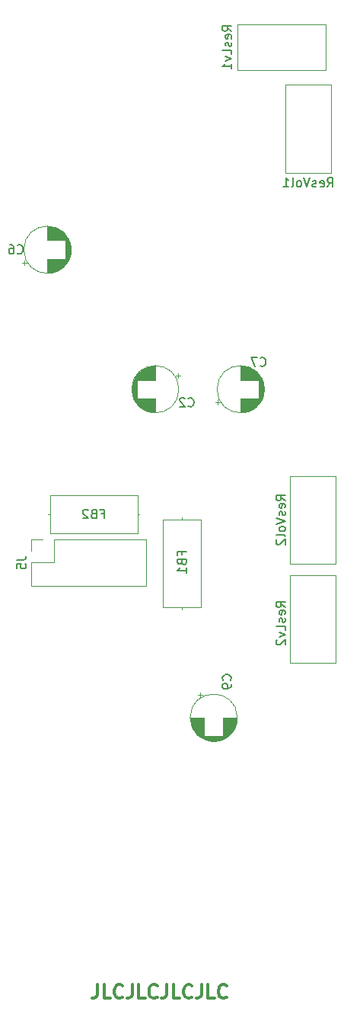
<source format=gbo>
G04 #@! TF.GenerationSoftware,KiCad,Pcbnew,(5.1.9)-1*
G04 #@! TF.CreationDate,2021-10-13T16:41:02+02:00*
G04 #@! TF.ProjectId,MS20-VCF,4d533230-2d56-4434-962e-6b696361645f,rev?*
G04 #@! TF.SameCoordinates,Original*
G04 #@! TF.FileFunction,Legend,Bot*
G04 #@! TF.FilePolarity,Positive*
%FSLAX46Y46*%
G04 Gerber Fmt 4.6, Leading zero omitted, Abs format (unit mm)*
G04 Created by KiCad (PCBNEW (5.1.9)-1) date 2021-10-13 16:41:02*
%MOMM*%
%LPD*%
G01*
G04 APERTURE LIST*
%ADD10C,0.300000*%
%ADD11C,0.120000*%
%ADD12C,0.150000*%
%ADD13C,1.600000*%
%ADD14R,1.600000X1.600000*%
%ADD15O,1.700000X1.700000*%
%ADD16R,1.700000X1.700000*%
%ADD17O,1.600000X1.600000*%
%ADD18C,1.440000*%
%ADD19R,1.050000X1.500000*%
%ADD20O,1.050000X1.500000*%
%ADD21R,1.500000X1.050000*%
%ADD22O,1.500000X1.050000*%
%ADD23O,2.000000X2.000000*%
%ADD24C,2.000000*%
G04 APERTURE END LIST*
D10*
X43071428Y-143678571D02*
X43071428Y-144750000D01*
X43000000Y-144964285D01*
X42857142Y-145107142D01*
X42642857Y-145178571D01*
X42500000Y-145178571D01*
X44500000Y-145178571D02*
X43785714Y-145178571D01*
X43785714Y-143678571D01*
X45857142Y-145035714D02*
X45785714Y-145107142D01*
X45571428Y-145178571D01*
X45428571Y-145178571D01*
X45214285Y-145107142D01*
X45071428Y-144964285D01*
X45000000Y-144821428D01*
X44928571Y-144535714D01*
X44928571Y-144321428D01*
X45000000Y-144035714D01*
X45071428Y-143892857D01*
X45214285Y-143750000D01*
X45428571Y-143678571D01*
X45571428Y-143678571D01*
X45785714Y-143750000D01*
X45857142Y-143821428D01*
X46928571Y-143678571D02*
X46928571Y-144750000D01*
X46857142Y-144964285D01*
X46714285Y-145107142D01*
X46500000Y-145178571D01*
X46357142Y-145178571D01*
X48357142Y-145178571D02*
X47642857Y-145178571D01*
X47642857Y-143678571D01*
X49714285Y-145035714D02*
X49642857Y-145107142D01*
X49428571Y-145178571D01*
X49285714Y-145178571D01*
X49071428Y-145107142D01*
X48928571Y-144964285D01*
X48857142Y-144821428D01*
X48785714Y-144535714D01*
X48785714Y-144321428D01*
X48857142Y-144035714D01*
X48928571Y-143892857D01*
X49071428Y-143750000D01*
X49285714Y-143678571D01*
X49428571Y-143678571D01*
X49642857Y-143750000D01*
X49714285Y-143821428D01*
X50785714Y-143678571D02*
X50785714Y-144750000D01*
X50714285Y-144964285D01*
X50571428Y-145107142D01*
X50357142Y-145178571D01*
X50214285Y-145178571D01*
X52214285Y-145178571D02*
X51500000Y-145178571D01*
X51500000Y-143678571D01*
X53571428Y-145035714D02*
X53500000Y-145107142D01*
X53285714Y-145178571D01*
X53142857Y-145178571D01*
X52928571Y-145107142D01*
X52785714Y-144964285D01*
X52714285Y-144821428D01*
X52642857Y-144535714D01*
X52642857Y-144321428D01*
X52714285Y-144035714D01*
X52785714Y-143892857D01*
X52928571Y-143750000D01*
X53142857Y-143678571D01*
X53285714Y-143678571D01*
X53500000Y-143750000D01*
X53571428Y-143821428D01*
X54642857Y-143678571D02*
X54642857Y-144750000D01*
X54571428Y-144964285D01*
X54428571Y-145107142D01*
X54214285Y-145178571D01*
X54071428Y-145178571D01*
X56071428Y-145178571D02*
X55357142Y-145178571D01*
X55357142Y-143678571D01*
X57428571Y-145035714D02*
X57357142Y-145107142D01*
X57142857Y-145178571D01*
X57000000Y-145178571D01*
X56785714Y-145107142D01*
X56642857Y-144964285D01*
X56571428Y-144821428D01*
X56500000Y-144535714D01*
X56500000Y-144321428D01*
X56571428Y-144035714D01*
X56642857Y-143892857D01*
X56785714Y-143750000D01*
X57000000Y-143678571D01*
X57142857Y-143678571D01*
X57357142Y-143750000D01*
X57428571Y-143821428D01*
D11*
X58620000Y-114000000D02*
G75*
G03*
X58620000Y-114000000I-2620000J0D01*
G01*
X57040000Y-114000000D02*
X58580000Y-114000000D01*
X53420000Y-114000000D02*
X54960000Y-114000000D01*
X57040000Y-114040000D02*
X58580000Y-114040000D01*
X53420000Y-114040000D02*
X54960000Y-114040000D01*
X53421000Y-114080000D02*
X54960000Y-114080000D01*
X57040000Y-114080000D02*
X58579000Y-114080000D01*
X53422000Y-114120000D02*
X54960000Y-114120000D01*
X57040000Y-114120000D02*
X58578000Y-114120000D01*
X53424000Y-114160000D02*
X54960000Y-114160000D01*
X57040000Y-114160000D02*
X58576000Y-114160000D01*
X53427000Y-114200000D02*
X54960000Y-114200000D01*
X57040000Y-114200000D02*
X58573000Y-114200000D01*
X53431000Y-114240000D02*
X54960000Y-114240000D01*
X57040000Y-114240000D02*
X58569000Y-114240000D01*
X53435000Y-114280000D02*
X54960000Y-114280000D01*
X57040000Y-114280000D02*
X58565000Y-114280000D01*
X53439000Y-114320000D02*
X54960000Y-114320000D01*
X57040000Y-114320000D02*
X58561000Y-114320000D01*
X53444000Y-114360000D02*
X54960000Y-114360000D01*
X57040000Y-114360000D02*
X58556000Y-114360000D01*
X53450000Y-114400000D02*
X54960000Y-114400000D01*
X57040000Y-114400000D02*
X58550000Y-114400000D01*
X53457000Y-114440000D02*
X54960000Y-114440000D01*
X57040000Y-114440000D02*
X58543000Y-114440000D01*
X53464000Y-114480000D02*
X54960000Y-114480000D01*
X57040000Y-114480000D02*
X58536000Y-114480000D01*
X53472000Y-114520000D02*
X54960000Y-114520000D01*
X57040000Y-114520000D02*
X58528000Y-114520000D01*
X53480000Y-114560000D02*
X54960000Y-114560000D01*
X57040000Y-114560000D02*
X58520000Y-114560000D01*
X53489000Y-114600000D02*
X54960000Y-114600000D01*
X57040000Y-114600000D02*
X58511000Y-114600000D01*
X53499000Y-114640000D02*
X54960000Y-114640000D01*
X57040000Y-114640000D02*
X58501000Y-114640000D01*
X53509000Y-114680000D02*
X54960000Y-114680000D01*
X57040000Y-114680000D02*
X58491000Y-114680000D01*
X53520000Y-114721000D02*
X54960000Y-114721000D01*
X57040000Y-114721000D02*
X58480000Y-114721000D01*
X53532000Y-114761000D02*
X54960000Y-114761000D01*
X57040000Y-114761000D02*
X58468000Y-114761000D01*
X53545000Y-114801000D02*
X54960000Y-114801000D01*
X57040000Y-114801000D02*
X58455000Y-114801000D01*
X53558000Y-114841000D02*
X54960000Y-114841000D01*
X57040000Y-114841000D02*
X58442000Y-114841000D01*
X53572000Y-114881000D02*
X54960000Y-114881000D01*
X57040000Y-114881000D02*
X58428000Y-114881000D01*
X53586000Y-114921000D02*
X54960000Y-114921000D01*
X57040000Y-114921000D02*
X58414000Y-114921000D01*
X53602000Y-114961000D02*
X54960000Y-114961000D01*
X57040000Y-114961000D02*
X58398000Y-114961000D01*
X53618000Y-115001000D02*
X54960000Y-115001000D01*
X57040000Y-115001000D02*
X58382000Y-115001000D01*
X53635000Y-115041000D02*
X54960000Y-115041000D01*
X57040000Y-115041000D02*
X58365000Y-115041000D01*
X53652000Y-115081000D02*
X54960000Y-115081000D01*
X57040000Y-115081000D02*
X58348000Y-115081000D01*
X53671000Y-115121000D02*
X54960000Y-115121000D01*
X57040000Y-115121000D02*
X58329000Y-115121000D01*
X53690000Y-115161000D02*
X54960000Y-115161000D01*
X57040000Y-115161000D02*
X58310000Y-115161000D01*
X53710000Y-115201000D02*
X54960000Y-115201000D01*
X57040000Y-115201000D02*
X58290000Y-115201000D01*
X53732000Y-115241000D02*
X54960000Y-115241000D01*
X57040000Y-115241000D02*
X58268000Y-115241000D01*
X53753000Y-115281000D02*
X54960000Y-115281000D01*
X57040000Y-115281000D02*
X58247000Y-115281000D01*
X53776000Y-115321000D02*
X54960000Y-115321000D01*
X57040000Y-115321000D02*
X58224000Y-115321000D01*
X53800000Y-115361000D02*
X54960000Y-115361000D01*
X57040000Y-115361000D02*
X58200000Y-115361000D01*
X53825000Y-115401000D02*
X54960000Y-115401000D01*
X57040000Y-115401000D02*
X58175000Y-115401000D01*
X53851000Y-115441000D02*
X54960000Y-115441000D01*
X57040000Y-115441000D02*
X58149000Y-115441000D01*
X53878000Y-115481000D02*
X54960000Y-115481000D01*
X57040000Y-115481000D02*
X58122000Y-115481000D01*
X53905000Y-115521000D02*
X54960000Y-115521000D01*
X57040000Y-115521000D02*
X58095000Y-115521000D01*
X53935000Y-115561000D02*
X54960000Y-115561000D01*
X57040000Y-115561000D02*
X58065000Y-115561000D01*
X53965000Y-115601000D02*
X54960000Y-115601000D01*
X57040000Y-115601000D02*
X58035000Y-115601000D01*
X53996000Y-115641000D02*
X54960000Y-115641000D01*
X57040000Y-115641000D02*
X58004000Y-115641000D01*
X54029000Y-115681000D02*
X54960000Y-115681000D01*
X57040000Y-115681000D02*
X57971000Y-115681000D01*
X54063000Y-115721000D02*
X54960000Y-115721000D01*
X57040000Y-115721000D02*
X57937000Y-115721000D01*
X54099000Y-115761000D02*
X54960000Y-115761000D01*
X57040000Y-115761000D02*
X57901000Y-115761000D01*
X54136000Y-115801000D02*
X54960000Y-115801000D01*
X57040000Y-115801000D02*
X57864000Y-115801000D01*
X54174000Y-115841000D02*
X54960000Y-115841000D01*
X57040000Y-115841000D02*
X57826000Y-115841000D01*
X54215000Y-115881000D02*
X54960000Y-115881000D01*
X57040000Y-115881000D02*
X57785000Y-115881000D01*
X54257000Y-115921000D02*
X54960000Y-115921000D01*
X57040000Y-115921000D02*
X57743000Y-115921000D01*
X54301000Y-115961000D02*
X54960000Y-115961000D01*
X57040000Y-115961000D02*
X57699000Y-115961000D01*
X54347000Y-116001000D02*
X54960000Y-116001000D01*
X57040000Y-116001000D02*
X57653000Y-116001000D01*
X54395000Y-116041000D02*
X57605000Y-116041000D01*
X54446000Y-116081000D02*
X57554000Y-116081000D01*
X54500000Y-116121000D02*
X57500000Y-116121000D01*
X54557000Y-116161000D02*
X57443000Y-116161000D01*
X54617000Y-116201000D02*
X57383000Y-116201000D01*
X54681000Y-116241000D02*
X57319000Y-116241000D01*
X54749000Y-116281000D02*
X57251000Y-116281000D01*
X54822000Y-116321000D02*
X57178000Y-116321000D01*
X54902000Y-116361000D02*
X57098000Y-116361000D01*
X54989000Y-116401000D02*
X57011000Y-116401000D01*
X55085000Y-116441000D02*
X56915000Y-116441000D01*
X55195000Y-116481000D02*
X56805000Y-116481000D01*
X55323000Y-116521000D02*
X56677000Y-116521000D01*
X55482000Y-116561000D02*
X56518000Y-116561000D01*
X55716000Y-116601000D02*
X56284000Y-116601000D01*
X54525000Y-111195225D02*
X54525000Y-111695225D01*
X54275000Y-111445225D02*
X54775000Y-111445225D01*
X61620000Y-77500000D02*
G75*
G03*
X61620000Y-77500000I-2620000J0D01*
G01*
X59000000Y-76460000D02*
X59000000Y-74920000D01*
X59000000Y-80080000D02*
X59000000Y-78540000D01*
X59040000Y-76460000D02*
X59040000Y-74920000D01*
X59040000Y-80080000D02*
X59040000Y-78540000D01*
X59080000Y-80079000D02*
X59080000Y-78540000D01*
X59080000Y-76460000D02*
X59080000Y-74921000D01*
X59120000Y-80078000D02*
X59120000Y-78540000D01*
X59120000Y-76460000D02*
X59120000Y-74922000D01*
X59160000Y-80076000D02*
X59160000Y-78540000D01*
X59160000Y-76460000D02*
X59160000Y-74924000D01*
X59200000Y-80073000D02*
X59200000Y-78540000D01*
X59200000Y-76460000D02*
X59200000Y-74927000D01*
X59240000Y-80069000D02*
X59240000Y-78540000D01*
X59240000Y-76460000D02*
X59240000Y-74931000D01*
X59280000Y-80065000D02*
X59280000Y-78540000D01*
X59280000Y-76460000D02*
X59280000Y-74935000D01*
X59320000Y-80061000D02*
X59320000Y-78540000D01*
X59320000Y-76460000D02*
X59320000Y-74939000D01*
X59360000Y-80056000D02*
X59360000Y-78540000D01*
X59360000Y-76460000D02*
X59360000Y-74944000D01*
X59400000Y-80050000D02*
X59400000Y-78540000D01*
X59400000Y-76460000D02*
X59400000Y-74950000D01*
X59440000Y-80043000D02*
X59440000Y-78540000D01*
X59440000Y-76460000D02*
X59440000Y-74957000D01*
X59480000Y-80036000D02*
X59480000Y-78540000D01*
X59480000Y-76460000D02*
X59480000Y-74964000D01*
X59520000Y-80028000D02*
X59520000Y-78540000D01*
X59520000Y-76460000D02*
X59520000Y-74972000D01*
X59560000Y-80020000D02*
X59560000Y-78540000D01*
X59560000Y-76460000D02*
X59560000Y-74980000D01*
X59600000Y-80011000D02*
X59600000Y-78540000D01*
X59600000Y-76460000D02*
X59600000Y-74989000D01*
X59640000Y-80001000D02*
X59640000Y-78540000D01*
X59640000Y-76460000D02*
X59640000Y-74999000D01*
X59680000Y-79991000D02*
X59680000Y-78540000D01*
X59680000Y-76460000D02*
X59680000Y-75009000D01*
X59721000Y-79980000D02*
X59721000Y-78540000D01*
X59721000Y-76460000D02*
X59721000Y-75020000D01*
X59761000Y-79968000D02*
X59761000Y-78540000D01*
X59761000Y-76460000D02*
X59761000Y-75032000D01*
X59801000Y-79955000D02*
X59801000Y-78540000D01*
X59801000Y-76460000D02*
X59801000Y-75045000D01*
X59841000Y-79942000D02*
X59841000Y-78540000D01*
X59841000Y-76460000D02*
X59841000Y-75058000D01*
X59881000Y-79928000D02*
X59881000Y-78540000D01*
X59881000Y-76460000D02*
X59881000Y-75072000D01*
X59921000Y-79914000D02*
X59921000Y-78540000D01*
X59921000Y-76460000D02*
X59921000Y-75086000D01*
X59961000Y-79898000D02*
X59961000Y-78540000D01*
X59961000Y-76460000D02*
X59961000Y-75102000D01*
X60001000Y-79882000D02*
X60001000Y-78540000D01*
X60001000Y-76460000D02*
X60001000Y-75118000D01*
X60041000Y-79865000D02*
X60041000Y-78540000D01*
X60041000Y-76460000D02*
X60041000Y-75135000D01*
X60081000Y-79848000D02*
X60081000Y-78540000D01*
X60081000Y-76460000D02*
X60081000Y-75152000D01*
X60121000Y-79829000D02*
X60121000Y-78540000D01*
X60121000Y-76460000D02*
X60121000Y-75171000D01*
X60161000Y-79810000D02*
X60161000Y-78540000D01*
X60161000Y-76460000D02*
X60161000Y-75190000D01*
X60201000Y-79790000D02*
X60201000Y-78540000D01*
X60201000Y-76460000D02*
X60201000Y-75210000D01*
X60241000Y-79768000D02*
X60241000Y-78540000D01*
X60241000Y-76460000D02*
X60241000Y-75232000D01*
X60281000Y-79747000D02*
X60281000Y-78540000D01*
X60281000Y-76460000D02*
X60281000Y-75253000D01*
X60321000Y-79724000D02*
X60321000Y-78540000D01*
X60321000Y-76460000D02*
X60321000Y-75276000D01*
X60361000Y-79700000D02*
X60361000Y-78540000D01*
X60361000Y-76460000D02*
X60361000Y-75300000D01*
X60401000Y-79675000D02*
X60401000Y-78540000D01*
X60401000Y-76460000D02*
X60401000Y-75325000D01*
X60441000Y-79649000D02*
X60441000Y-78540000D01*
X60441000Y-76460000D02*
X60441000Y-75351000D01*
X60481000Y-79622000D02*
X60481000Y-78540000D01*
X60481000Y-76460000D02*
X60481000Y-75378000D01*
X60521000Y-79595000D02*
X60521000Y-78540000D01*
X60521000Y-76460000D02*
X60521000Y-75405000D01*
X60561000Y-79565000D02*
X60561000Y-78540000D01*
X60561000Y-76460000D02*
X60561000Y-75435000D01*
X60601000Y-79535000D02*
X60601000Y-78540000D01*
X60601000Y-76460000D02*
X60601000Y-75465000D01*
X60641000Y-79504000D02*
X60641000Y-78540000D01*
X60641000Y-76460000D02*
X60641000Y-75496000D01*
X60681000Y-79471000D02*
X60681000Y-78540000D01*
X60681000Y-76460000D02*
X60681000Y-75529000D01*
X60721000Y-79437000D02*
X60721000Y-78540000D01*
X60721000Y-76460000D02*
X60721000Y-75563000D01*
X60761000Y-79401000D02*
X60761000Y-78540000D01*
X60761000Y-76460000D02*
X60761000Y-75599000D01*
X60801000Y-79364000D02*
X60801000Y-78540000D01*
X60801000Y-76460000D02*
X60801000Y-75636000D01*
X60841000Y-79326000D02*
X60841000Y-78540000D01*
X60841000Y-76460000D02*
X60841000Y-75674000D01*
X60881000Y-79285000D02*
X60881000Y-78540000D01*
X60881000Y-76460000D02*
X60881000Y-75715000D01*
X60921000Y-79243000D02*
X60921000Y-78540000D01*
X60921000Y-76460000D02*
X60921000Y-75757000D01*
X60961000Y-79199000D02*
X60961000Y-78540000D01*
X60961000Y-76460000D02*
X60961000Y-75801000D01*
X61001000Y-79153000D02*
X61001000Y-78540000D01*
X61001000Y-76460000D02*
X61001000Y-75847000D01*
X61041000Y-79105000D02*
X61041000Y-75895000D01*
X61081000Y-79054000D02*
X61081000Y-75946000D01*
X61121000Y-79000000D02*
X61121000Y-76000000D01*
X61161000Y-78943000D02*
X61161000Y-76057000D01*
X61201000Y-78883000D02*
X61201000Y-76117000D01*
X61241000Y-78819000D02*
X61241000Y-76181000D01*
X61281000Y-78751000D02*
X61281000Y-76249000D01*
X61321000Y-78678000D02*
X61321000Y-76322000D01*
X61361000Y-78598000D02*
X61361000Y-76402000D01*
X61401000Y-78511000D02*
X61401000Y-76489000D01*
X61441000Y-78415000D02*
X61441000Y-76585000D01*
X61481000Y-78305000D02*
X61481000Y-76695000D01*
X61521000Y-78177000D02*
X61521000Y-76823000D01*
X61561000Y-78018000D02*
X61561000Y-76982000D01*
X61601000Y-77784000D02*
X61601000Y-77216000D01*
X56195225Y-78975000D02*
X56695225Y-78975000D01*
X56445225Y-79225000D02*
X56445225Y-78725000D01*
X48490000Y-94170000D02*
X48490000Y-99370000D01*
X38270000Y-94170000D02*
X48490000Y-94170000D01*
X35670000Y-99370000D02*
X48490000Y-99370000D01*
X38270000Y-94170000D02*
X38270000Y-96770000D01*
X38270000Y-96770000D02*
X35670000Y-96770000D01*
X35670000Y-96770000D02*
X35670000Y-99370000D01*
X37000000Y-94170000D02*
X35670000Y-94170000D01*
X35670000Y-94170000D02*
X35670000Y-95500000D01*
X69535000Y-87155000D02*
X64465000Y-87155000D01*
X69535000Y-96925000D02*
X64465000Y-96925000D01*
X64465000Y-87155000D02*
X64465000Y-96925000D01*
X69535000Y-87155000D02*
X69535000Y-96925000D01*
X63965000Y-53425000D02*
X69035000Y-53425000D01*
X63965000Y-43655000D02*
X69035000Y-43655000D01*
X69035000Y-53425000D02*
X69035000Y-43655000D01*
X63965000Y-53425000D02*
X63965000Y-43655000D01*
X69535000Y-98155000D02*
X64465000Y-98155000D01*
X69535000Y-107925000D02*
X64465000Y-107925000D01*
X64465000Y-98155000D02*
X64465000Y-107925000D01*
X69535000Y-98155000D02*
X69535000Y-107925000D01*
X58655000Y-36965000D02*
X58655000Y-42035000D01*
X68425000Y-36965000D02*
X68425000Y-42035000D01*
X58655000Y-42035000D02*
X68425000Y-42035000D01*
X58655000Y-36965000D02*
X68425000Y-36965000D01*
X37780000Y-93520000D02*
X37780000Y-89280000D01*
X37780000Y-89280000D02*
X47520000Y-89280000D01*
X47520000Y-89280000D02*
X47520000Y-93520000D01*
X47520000Y-93520000D02*
X37780000Y-93520000D01*
X37540000Y-91400000D02*
X37780000Y-91400000D01*
X47760000Y-91400000D02*
X47520000Y-91400000D01*
X50380000Y-91980000D02*
X54620000Y-91980000D01*
X54620000Y-91980000D02*
X54620000Y-101720000D01*
X54620000Y-101720000D02*
X50380000Y-101720000D01*
X50380000Y-101720000D02*
X50380000Y-91980000D01*
X52500000Y-91740000D02*
X52500000Y-91980000D01*
X52500000Y-101960000D02*
X52500000Y-101720000D01*
X40120000Y-62000000D02*
G75*
G03*
X40120000Y-62000000I-2620000J0D01*
G01*
X37500000Y-60960000D02*
X37500000Y-59420000D01*
X37500000Y-64580000D02*
X37500000Y-63040000D01*
X37540000Y-60960000D02*
X37540000Y-59420000D01*
X37540000Y-64580000D02*
X37540000Y-63040000D01*
X37580000Y-64579000D02*
X37580000Y-63040000D01*
X37580000Y-60960000D02*
X37580000Y-59421000D01*
X37620000Y-64578000D02*
X37620000Y-63040000D01*
X37620000Y-60960000D02*
X37620000Y-59422000D01*
X37660000Y-64576000D02*
X37660000Y-63040000D01*
X37660000Y-60960000D02*
X37660000Y-59424000D01*
X37700000Y-64573000D02*
X37700000Y-63040000D01*
X37700000Y-60960000D02*
X37700000Y-59427000D01*
X37740000Y-64569000D02*
X37740000Y-63040000D01*
X37740000Y-60960000D02*
X37740000Y-59431000D01*
X37780000Y-64565000D02*
X37780000Y-63040000D01*
X37780000Y-60960000D02*
X37780000Y-59435000D01*
X37820000Y-64561000D02*
X37820000Y-63040000D01*
X37820000Y-60960000D02*
X37820000Y-59439000D01*
X37860000Y-64556000D02*
X37860000Y-63040000D01*
X37860000Y-60960000D02*
X37860000Y-59444000D01*
X37900000Y-64550000D02*
X37900000Y-63040000D01*
X37900000Y-60960000D02*
X37900000Y-59450000D01*
X37940000Y-64543000D02*
X37940000Y-63040000D01*
X37940000Y-60960000D02*
X37940000Y-59457000D01*
X37980000Y-64536000D02*
X37980000Y-63040000D01*
X37980000Y-60960000D02*
X37980000Y-59464000D01*
X38020000Y-64528000D02*
X38020000Y-63040000D01*
X38020000Y-60960000D02*
X38020000Y-59472000D01*
X38060000Y-64520000D02*
X38060000Y-63040000D01*
X38060000Y-60960000D02*
X38060000Y-59480000D01*
X38100000Y-64511000D02*
X38100000Y-63040000D01*
X38100000Y-60960000D02*
X38100000Y-59489000D01*
X38140000Y-64501000D02*
X38140000Y-63040000D01*
X38140000Y-60960000D02*
X38140000Y-59499000D01*
X38180000Y-64491000D02*
X38180000Y-63040000D01*
X38180000Y-60960000D02*
X38180000Y-59509000D01*
X38221000Y-64480000D02*
X38221000Y-63040000D01*
X38221000Y-60960000D02*
X38221000Y-59520000D01*
X38261000Y-64468000D02*
X38261000Y-63040000D01*
X38261000Y-60960000D02*
X38261000Y-59532000D01*
X38301000Y-64455000D02*
X38301000Y-63040000D01*
X38301000Y-60960000D02*
X38301000Y-59545000D01*
X38341000Y-64442000D02*
X38341000Y-63040000D01*
X38341000Y-60960000D02*
X38341000Y-59558000D01*
X38381000Y-64428000D02*
X38381000Y-63040000D01*
X38381000Y-60960000D02*
X38381000Y-59572000D01*
X38421000Y-64414000D02*
X38421000Y-63040000D01*
X38421000Y-60960000D02*
X38421000Y-59586000D01*
X38461000Y-64398000D02*
X38461000Y-63040000D01*
X38461000Y-60960000D02*
X38461000Y-59602000D01*
X38501000Y-64382000D02*
X38501000Y-63040000D01*
X38501000Y-60960000D02*
X38501000Y-59618000D01*
X38541000Y-64365000D02*
X38541000Y-63040000D01*
X38541000Y-60960000D02*
X38541000Y-59635000D01*
X38581000Y-64348000D02*
X38581000Y-63040000D01*
X38581000Y-60960000D02*
X38581000Y-59652000D01*
X38621000Y-64329000D02*
X38621000Y-63040000D01*
X38621000Y-60960000D02*
X38621000Y-59671000D01*
X38661000Y-64310000D02*
X38661000Y-63040000D01*
X38661000Y-60960000D02*
X38661000Y-59690000D01*
X38701000Y-64290000D02*
X38701000Y-63040000D01*
X38701000Y-60960000D02*
X38701000Y-59710000D01*
X38741000Y-64268000D02*
X38741000Y-63040000D01*
X38741000Y-60960000D02*
X38741000Y-59732000D01*
X38781000Y-64247000D02*
X38781000Y-63040000D01*
X38781000Y-60960000D02*
X38781000Y-59753000D01*
X38821000Y-64224000D02*
X38821000Y-63040000D01*
X38821000Y-60960000D02*
X38821000Y-59776000D01*
X38861000Y-64200000D02*
X38861000Y-63040000D01*
X38861000Y-60960000D02*
X38861000Y-59800000D01*
X38901000Y-64175000D02*
X38901000Y-63040000D01*
X38901000Y-60960000D02*
X38901000Y-59825000D01*
X38941000Y-64149000D02*
X38941000Y-63040000D01*
X38941000Y-60960000D02*
X38941000Y-59851000D01*
X38981000Y-64122000D02*
X38981000Y-63040000D01*
X38981000Y-60960000D02*
X38981000Y-59878000D01*
X39021000Y-64095000D02*
X39021000Y-63040000D01*
X39021000Y-60960000D02*
X39021000Y-59905000D01*
X39061000Y-64065000D02*
X39061000Y-63040000D01*
X39061000Y-60960000D02*
X39061000Y-59935000D01*
X39101000Y-64035000D02*
X39101000Y-63040000D01*
X39101000Y-60960000D02*
X39101000Y-59965000D01*
X39141000Y-64004000D02*
X39141000Y-63040000D01*
X39141000Y-60960000D02*
X39141000Y-59996000D01*
X39181000Y-63971000D02*
X39181000Y-63040000D01*
X39181000Y-60960000D02*
X39181000Y-60029000D01*
X39221000Y-63937000D02*
X39221000Y-63040000D01*
X39221000Y-60960000D02*
X39221000Y-60063000D01*
X39261000Y-63901000D02*
X39261000Y-63040000D01*
X39261000Y-60960000D02*
X39261000Y-60099000D01*
X39301000Y-63864000D02*
X39301000Y-63040000D01*
X39301000Y-60960000D02*
X39301000Y-60136000D01*
X39341000Y-63826000D02*
X39341000Y-63040000D01*
X39341000Y-60960000D02*
X39341000Y-60174000D01*
X39381000Y-63785000D02*
X39381000Y-63040000D01*
X39381000Y-60960000D02*
X39381000Y-60215000D01*
X39421000Y-63743000D02*
X39421000Y-63040000D01*
X39421000Y-60960000D02*
X39421000Y-60257000D01*
X39461000Y-63699000D02*
X39461000Y-63040000D01*
X39461000Y-60960000D02*
X39461000Y-60301000D01*
X39501000Y-63653000D02*
X39501000Y-63040000D01*
X39501000Y-60960000D02*
X39501000Y-60347000D01*
X39541000Y-63605000D02*
X39541000Y-60395000D01*
X39581000Y-63554000D02*
X39581000Y-60446000D01*
X39621000Y-63500000D02*
X39621000Y-60500000D01*
X39661000Y-63443000D02*
X39661000Y-60557000D01*
X39701000Y-63383000D02*
X39701000Y-60617000D01*
X39741000Y-63319000D02*
X39741000Y-60681000D01*
X39781000Y-63251000D02*
X39781000Y-60749000D01*
X39821000Y-63178000D02*
X39821000Y-60822000D01*
X39861000Y-63098000D02*
X39861000Y-60902000D01*
X39901000Y-63011000D02*
X39901000Y-60989000D01*
X39941000Y-62915000D02*
X39941000Y-61085000D01*
X39981000Y-62805000D02*
X39981000Y-61195000D01*
X40021000Y-62677000D02*
X40021000Y-61323000D01*
X40061000Y-62518000D02*
X40061000Y-61482000D01*
X40101000Y-62284000D02*
X40101000Y-61716000D01*
X34695225Y-63475000D02*
X35195225Y-63475000D01*
X34945225Y-63725000D02*
X34945225Y-63225000D01*
X52120000Y-77500000D02*
G75*
G03*
X52120000Y-77500000I-2620000J0D01*
G01*
X49500000Y-78540000D02*
X49500000Y-80080000D01*
X49500000Y-74920000D02*
X49500000Y-76460000D01*
X49460000Y-78540000D02*
X49460000Y-80080000D01*
X49460000Y-74920000D02*
X49460000Y-76460000D01*
X49420000Y-74921000D02*
X49420000Y-76460000D01*
X49420000Y-78540000D02*
X49420000Y-80079000D01*
X49380000Y-74922000D02*
X49380000Y-76460000D01*
X49380000Y-78540000D02*
X49380000Y-80078000D01*
X49340000Y-74924000D02*
X49340000Y-76460000D01*
X49340000Y-78540000D02*
X49340000Y-80076000D01*
X49300000Y-74927000D02*
X49300000Y-76460000D01*
X49300000Y-78540000D02*
X49300000Y-80073000D01*
X49260000Y-74931000D02*
X49260000Y-76460000D01*
X49260000Y-78540000D02*
X49260000Y-80069000D01*
X49220000Y-74935000D02*
X49220000Y-76460000D01*
X49220000Y-78540000D02*
X49220000Y-80065000D01*
X49180000Y-74939000D02*
X49180000Y-76460000D01*
X49180000Y-78540000D02*
X49180000Y-80061000D01*
X49140000Y-74944000D02*
X49140000Y-76460000D01*
X49140000Y-78540000D02*
X49140000Y-80056000D01*
X49100000Y-74950000D02*
X49100000Y-76460000D01*
X49100000Y-78540000D02*
X49100000Y-80050000D01*
X49060000Y-74957000D02*
X49060000Y-76460000D01*
X49060000Y-78540000D02*
X49060000Y-80043000D01*
X49020000Y-74964000D02*
X49020000Y-76460000D01*
X49020000Y-78540000D02*
X49020000Y-80036000D01*
X48980000Y-74972000D02*
X48980000Y-76460000D01*
X48980000Y-78540000D02*
X48980000Y-80028000D01*
X48940000Y-74980000D02*
X48940000Y-76460000D01*
X48940000Y-78540000D02*
X48940000Y-80020000D01*
X48900000Y-74989000D02*
X48900000Y-76460000D01*
X48900000Y-78540000D02*
X48900000Y-80011000D01*
X48860000Y-74999000D02*
X48860000Y-76460000D01*
X48860000Y-78540000D02*
X48860000Y-80001000D01*
X48820000Y-75009000D02*
X48820000Y-76460000D01*
X48820000Y-78540000D02*
X48820000Y-79991000D01*
X48779000Y-75020000D02*
X48779000Y-76460000D01*
X48779000Y-78540000D02*
X48779000Y-79980000D01*
X48739000Y-75032000D02*
X48739000Y-76460000D01*
X48739000Y-78540000D02*
X48739000Y-79968000D01*
X48699000Y-75045000D02*
X48699000Y-76460000D01*
X48699000Y-78540000D02*
X48699000Y-79955000D01*
X48659000Y-75058000D02*
X48659000Y-76460000D01*
X48659000Y-78540000D02*
X48659000Y-79942000D01*
X48619000Y-75072000D02*
X48619000Y-76460000D01*
X48619000Y-78540000D02*
X48619000Y-79928000D01*
X48579000Y-75086000D02*
X48579000Y-76460000D01*
X48579000Y-78540000D02*
X48579000Y-79914000D01*
X48539000Y-75102000D02*
X48539000Y-76460000D01*
X48539000Y-78540000D02*
X48539000Y-79898000D01*
X48499000Y-75118000D02*
X48499000Y-76460000D01*
X48499000Y-78540000D02*
X48499000Y-79882000D01*
X48459000Y-75135000D02*
X48459000Y-76460000D01*
X48459000Y-78540000D02*
X48459000Y-79865000D01*
X48419000Y-75152000D02*
X48419000Y-76460000D01*
X48419000Y-78540000D02*
X48419000Y-79848000D01*
X48379000Y-75171000D02*
X48379000Y-76460000D01*
X48379000Y-78540000D02*
X48379000Y-79829000D01*
X48339000Y-75190000D02*
X48339000Y-76460000D01*
X48339000Y-78540000D02*
X48339000Y-79810000D01*
X48299000Y-75210000D02*
X48299000Y-76460000D01*
X48299000Y-78540000D02*
X48299000Y-79790000D01*
X48259000Y-75232000D02*
X48259000Y-76460000D01*
X48259000Y-78540000D02*
X48259000Y-79768000D01*
X48219000Y-75253000D02*
X48219000Y-76460000D01*
X48219000Y-78540000D02*
X48219000Y-79747000D01*
X48179000Y-75276000D02*
X48179000Y-76460000D01*
X48179000Y-78540000D02*
X48179000Y-79724000D01*
X48139000Y-75300000D02*
X48139000Y-76460000D01*
X48139000Y-78540000D02*
X48139000Y-79700000D01*
X48099000Y-75325000D02*
X48099000Y-76460000D01*
X48099000Y-78540000D02*
X48099000Y-79675000D01*
X48059000Y-75351000D02*
X48059000Y-76460000D01*
X48059000Y-78540000D02*
X48059000Y-79649000D01*
X48019000Y-75378000D02*
X48019000Y-76460000D01*
X48019000Y-78540000D02*
X48019000Y-79622000D01*
X47979000Y-75405000D02*
X47979000Y-76460000D01*
X47979000Y-78540000D02*
X47979000Y-79595000D01*
X47939000Y-75435000D02*
X47939000Y-76460000D01*
X47939000Y-78540000D02*
X47939000Y-79565000D01*
X47899000Y-75465000D02*
X47899000Y-76460000D01*
X47899000Y-78540000D02*
X47899000Y-79535000D01*
X47859000Y-75496000D02*
X47859000Y-76460000D01*
X47859000Y-78540000D02*
X47859000Y-79504000D01*
X47819000Y-75529000D02*
X47819000Y-76460000D01*
X47819000Y-78540000D02*
X47819000Y-79471000D01*
X47779000Y-75563000D02*
X47779000Y-76460000D01*
X47779000Y-78540000D02*
X47779000Y-79437000D01*
X47739000Y-75599000D02*
X47739000Y-76460000D01*
X47739000Y-78540000D02*
X47739000Y-79401000D01*
X47699000Y-75636000D02*
X47699000Y-76460000D01*
X47699000Y-78540000D02*
X47699000Y-79364000D01*
X47659000Y-75674000D02*
X47659000Y-76460000D01*
X47659000Y-78540000D02*
X47659000Y-79326000D01*
X47619000Y-75715000D02*
X47619000Y-76460000D01*
X47619000Y-78540000D02*
X47619000Y-79285000D01*
X47579000Y-75757000D02*
X47579000Y-76460000D01*
X47579000Y-78540000D02*
X47579000Y-79243000D01*
X47539000Y-75801000D02*
X47539000Y-76460000D01*
X47539000Y-78540000D02*
X47539000Y-79199000D01*
X47499000Y-75847000D02*
X47499000Y-76460000D01*
X47499000Y-78540000D02*
X47499000Y-79153000D01*
X47459000Y-75895000D02*
X47459000Y-79105000D01*
X47419000Y-75946000D02*
X47419000Y-79054000D01*
X47379000Y-76000000D02*
X47379000Y-79000000D01*
X47339000Y-76057000D02*
X47339000Y-78943000D01*
X47299000Y-76117000D02*
X47299000Y-78883000D01*
X47259000Y-76181000D02*
X47259000Y-78819000D01*
X47219000Y-76249000D02*
X47219000Y-78751000D01*
X47179000Y-76322000D02*
X47179000Y-78678000D01*
X47139000Y-76402000D02*
X47139000Y-78598000D01*
X47099000Y-76489000D02*
X47099000Y-78511000D01*
X47059000Y-76585000D02*
X47059000Y-78415000D01*
X47019000Y-76695000D02*
X47019000Y-78305000D01*
X46979000Y-76823000D02*
X46979000Y-78177000D01*
X46939000Y-76982000D02*
X46939000Y-78018000D01*
X46899000Y-77216000D02*
X46899000Y-77784000D01*
X52304775Y-76025000D02*
X51804775Y-76025000D01*
X52054775Y-75775000D02*
X52054775Y-76275000D01*
D12*
X57857142Y-109833333D02*
X57904761Y-109785714D01*
X57952380Y-109642857D01*
X57952380Y-109547619D01*
X57904761Y-109404761D01*
X57809523Y-109309523D01*
X57714285Y-109261904D01*
X57523809Y-109214285D01*
X57380952Y-109214285D01*
X57190476Y-109261904D01*
X57095238Y-109309523D01*
X57000000Y-109404761D01*
X56952380Y-109547619D01*
X56952380Y-109642857D01*
X57000000Y-109785714D01*
X57047619Y-109833333D01*
X57952380Y-110309523D02*
X57952380Y-110500000D01*
X57904761Y-110595238D01*
X57857142Y-110642857D01*
X57714285Y-110738095D01*
X57523809Y-110785714D01*
X57142857Y-110785714D01*
X57047619Y-110738095D01*
X57000000Y-110690476D01*
X56952380Y-110595238D01*
X56952380Y-110404761D01*
X57000000Y-110309523D01*
X57047619Y-110261904D01*
X57142857Y-110214285D01*
X57380952Y-110214285D01*
X57476190Y-110261904D01*
X57523809Y-110309523D01*
X57571428Y-110404761D01*
X57571428Y-110595238D01*
X57523809Y-110690476D01*
X57476190Y-110738095D01*
X57380952Y-110785714D01*
X61166666Y-74857142D02*
X61214285Y-74904761D01*
X61357142Y-74952380D01*
X61452380Y-74952380D01*
X61595238Y-74904761D01*
X61690476Y-74809523D01*
X61738095Y-74714285D01*
X61785714Y-74523809D01*
X61785714Y-74380952D01*
X61738095Y-74190476D01*
X61690476Y-74095238D01*
X61595238Y-74000000D01*
X61452380Y-73952380D01*
X61357142Y-73952380D01*
X61214285Y-74000000D01*
X61166666Y-74047619D01*
X60833333Y-73952380D02*
X60166666Y-73952380D01*
X60595238Y-74952380D01*
X34122380Y-96436666D02*
X34836666Y-96436666D01*
X34979523Y-96389047D01*
X35074761Y-96293809D01*
X35122380Y-96150952D01*
X35122380Y-96055714D01*
X34122380Y-97389047D02*
X34122380Y-96912857D01*
X34598571Y-96865238D01*
X34550952Y-96912857D01*
X34503333Y-97008095D01*
X34503333Y-97246190D01*
X34550952Y-97341428D01*
X34598571Y-97389047D01*
X34693809Y-97436666D01*
X34931904Y-97436666D01*
X35027142Y-97389047D01*
X35074761Y-97341428D01*
X35122380Y-97246190D01*
X35122380Y-97008095D01*
X35074761Y-96912857D01*
X35027142Y-96865238D01*
X63952380Y-89857142D02*
X63476190Y-89523809D01*
X63952380Y-89285714D02*
X62952380Y-89285714D01*
X62952380Y-89666666D01*
X63000000Y-89761904D01*
X63047619Y-89809523D01*
X63142857Y-89857142D01*
X63285714Y-89857142D01*
X63380952Y-89809523D01*
X63428571Y-89761904D01*
X63476190Y-89666666D01*
X63476190Y-89285714D01*
X63904761Y-90666666D02*
X63952380Y-90571428D01*
X63952380Y-90380952D01*
X63904761Y-90285714D01*
X63809523Y-90238095D01*
X63428571Y-90238095D01*
X63333333Y-90285714D01*
X63285714Y-90380952D01*
X63285714Y-90571428D01*
X63333333Y-90666666D01*
X63428571Y-90714285D01*
X63523809Y-90714285D01*
X63619047Y-90238095D01*
X63904761Y-91095238D02*
X63952380Y-91190476D01*
X63952380Y-91380952D01*
X63904761Y-91476190D01*
X63809523Y-91523809D01*
X63761904Y-91523809D01*
X63666666Y-91476190D01*
X63619047Y-91380952D01*
X63619047Y-91238095D01*
X63571428Y-91142857D01*
X63476190Y-91095238D01*
X63428571Y-91095238D01*
X63333333Y-91142857D01*
X63285714Y-91238095D01*
X63285714Y-91380952D01*
X63333333Y-91476190D01*
X62952380Y-91809523D02*
X63952380Y-92142857D01*
X62952380Y-92476190D01*
X63952380Y-92952380D02*
X63904761Y-92857142D01*
X63857142Y-92809523D01*
X63761904Y-92761904D01*
X63476190Y-92761904D01*
X63380952Y-92809523D01*
X63333333Y-92857142D01*
X63285714Y-92952380D01*
X63285714Y-93095238D01*
X63333333Y-93190476D01*
X63380952Y-93238095D01*
X63476190Y-93285714D01*
X63761904Y-93285714D01*
X63857142Y-93238095D01*
X63904761Y-93190476D01*
X63952380Y-93095238D01*
X63952380Y-92952380D01*
X63952380Y-93857142D02*
X63904761Y-93761904D01*
X63809523Y-93714285D01*
X62952380Y-93714285D01*
X63047619Y-94190476D02*
X63000000Y-94238095D01*
X62952380Y-94333333D01*
X62952380Y-94571428D01*
X63000000Y-94666666D01*
X63047619Y-94714285D01*
X63142857Y-94761904D01*
X63238095Y-94761904D01*
X63380952Y-94714285D01*
X63952380Y-94142857D01*
X63952380Y-94761904D01*
X68642857Y-55007380D02*
X68976190Y-54531190D01*
X69214285Y-55007380D02*
X69214285Y-54007380D01*
X68833333Y-54007380D01*
X68738095Y-54055000D01*
X68690476Y-54102619D01*
X68642857Y-54197857D01*
X68642857Y-54340714D01*
X68690476Y-54435952D01*
X68738095Y-54483571D01*
X68833333Y-54531190D01*
X69214285Y-54531190D01*
X67833333Y-54959761D02*
X67928571Y-55007380D01*
X68119047Y-55007380D01*
X68214285Y-54959761D01*
X68261904Y-54864523D01*
X68261904Y-54483571D01*
X68214285Y-54388333D01*
X68119047Y-54340714D01*
X67928571Y-54340714D01*
X67833333Y-54388333D01*
X67785714Y-54483571D01*
X67785714Y-54578809D01*
X68261904Y-54674047D01*
X67404761Y-54959761D02*
X67309523Y-55007380D01*
X67119047Y-55007380D01*
X67023809Y-54959761D01*
X66976190Y-54864523D01*
X66976190Y-54816904D01*
X67023809Y-54721666D01*
X67119047Y-54674047D01*
X67261904Y-54674047D01*
X67357142Y-54626428D01*
X67404761Y-54531190D01*
X67404761Y-54483571D01*
X67357142Y-54388333D01*
X67261904Y-54340714D01*
X67119047Y-54340714D01*
X67023809Y-54388333D01*
X66690476Y-54007380D02*
X66357142Y-55007380D01*
X66023809Y-54007380D01*
X65547619Y-55007380D02*
X65642857Y-54959761D01*
X65690476Y-54912142D01*
X65738095Y-54816904D01*
X65738095Y-54531190D01*
X65690476Y-54435952D01*
X65642857Y-54388333D01*
X65547619Y-54340714D01*
X65404761Y-54340714D01*
X65309523Y-54388333D01*
X65261904Y-54435952D01*
X65214285Y-54531190D01*
X65214285Y-54816904D01*
X65261904Y-54912142D01*
X65309523Y-54959761D01*
X65404761Y-55007380D01*
X65547619Y-55007380D01*
X64642857Y-55007380D02*
X64738095Y-54959761D01*
X64785714Y-54864523D01*
X64785714Y-54007380D01*
X63738095Y-55007380D02*
X64309523Y-55007380D01*
X64023809Y-55007380D02*
X64023809Y-54007380D01*
X64119047Y-54150238D01*
X64214285Y-54245476D01*
X64309523Y-54293095D01*
X63952380Y-101714285D02*
X63476190Y-101380952D01*
X63952380Y-101142857D02*
X62952380Y-101142857D01*
X62952380Y-101523809D01*
X63000000Y-101619047D01*
X63047619Y-101666666D01*
X63142857Y-101714285D01*
X63285714Y-101714285D01*
X63380952Y-101666666D01*
X63428571Y-101619047D01*
X63476190Y-101523809D01*
X63476190Y-101142857D01*
X63904761Y-102523809D02*
X63952380Y-102428571D01*
X63952380Y-102238095D01*
X63904761Y-102142857D01*
X63809523Y-102095238D01*
X63428571Y-102095238D01*
X63333333Y-102142857D01*
X63285714Y-102238095D01*
X63285714Y-102428571D01*
X63333333Y-102523809D01*
X63428571Y-102571428D01*
X63523809Y-102571428D01*
X63619047Y-102095238D01*
X63904761Y-102952380D02*
X63952380Y-103047619D01*
X63952380Y-103238095D01*
X63904761Y-103333333D01*
X63809523Y-103380952D01*
X63761904Y-103380952D01*
X63666666Y-103333333D01*
X63619047Y-103238095D01*
X63619047Y-103095238D01*
X63571428Y-103000000D01*
X63476190Y-102952380D01*
X63428571Y-102952380D01*
X63333333Y-103000000D01*
X63285714Y-103095238D01*
X63285714Y-103238095D01*
X63333333Y-103333333D01*
X63952380Y-104285714D02*
X63952380Y-103809523D01*
X62952380Y-103809523D01*
X63285714Y-104523809D02*
X63952380Y-104761904D01*
X63285714Y-105000000D01*
X63047619Y-105333333D02*
X63000000Y-105380952D01*
X62952380Y-105476190D01*
X62952380Y-105714285D01*
X63000000Y-105809523D01*
X63047619Y-105857142D01*
X63142857Y-105904761D01*
X63238095Y-105904761D01*
X63380952Y-105857142D01*
X63952380Y-105285714D01*
X63952380Y-105904761D01*
X57977380Y-37714285D02*
X57501190Y-37380952D01*
X57977380Y-37142857D02*
X56977380Y-37142857D01*
X56977380Y-37523809D01*
X57025000Y-37619047D01*
X57072619Y-37666666D01*
X57167857Y-37714285D01*
X57310714Y-37714285D01*
X57405952Y-37666666D01*
X57453571Y-37619047D01*
X57501190Y-37523809D01*
X57501190Y-37142857D01*
X57929761Y-38523809D02*
X57977380Y-38428571D01*
X57977380Y-38238095D01*
X57929761Y-38142857D01*
X57834523Y-38095238D01*
X57453571Y-38095238D01*
X57358333Y-38142857D01*
X57310714Y-38238095D01*
X57310714Y-38428571D01*
X57358333Y-38523809D01*
X57453571Y-38571428D01*
X57548809Y-38571428D01*
X57644047Y-38095238D01*
X57929761Y-38952380D02*
X57977380Y-39047619D01*
X57977380Y-39238095D01*
X57929761Y-39333333D01*
X57834523Y-39380952D01*
X57786904Y-39380952D01*
X57691666Y-39333333D01*
X57644047Y-39238095D01*
X57644047Y-39095238D01*
X57596428Y-39000000D01*
X57501190Y-38952380D01*
X57453571Y-38952380D01*
X57358333Y-39000000D01*
X57310714Y-39095238D01*
X57310714Y-39238095D01*
X57358333Y-39333333D01*
X57977380Y-40285714D02*
X57977380Y-39809523D01*
X56977380Y-39809523D01*
X57310714Y-40523809D02*
X57977380Y-40761904D01*
X57310714Y-41000000D01*
X57977380Y-41904761D02*
X57977380Y-41333333D01*
X57977380Y-41619047D02*
X56977380Y-41619047D01*
X57120238Y-41523809D01*
X57215476Y-41428571D01*
X57263095Y-41333333D01*
X43483333Y-91328571D02*
X43816666Y-91328571D01*
X43816666Y-91852380D02*
X43816666Y-90852380D01*
X43340476Y-90852380D01*
X42626190Y-91328571D02*
X42483333Y-91376190D01*
X42435714Y-91423809D01*
X42388095Y-91519047D01*
X42388095Y-91661904D01*
X42435714Y-91757142D01*
X42483333Y-91804761D01*
X42578571Y-91852380D01*
X42959523Y-91852380D01*
X42959523Y-90852380D01*
X42626190Y-90852380D01*
X42530952Y-90900000D01*
X42483333Y-90947619D01*
X42435714Y-91042857D01*
X42435714Y-91138095D01*
X42483333Y-91233333D01*
X42530952Y-91280952D01*
X42626190Y-91328571D01*
X42959523Y-91328571D01*
X42007142Y-90947619D02*
X41959523Y-90900000D01*
X41864285Y-90852380D01*
X41626190Y-90852380D01*
X41530952Y-90900000D01*
X41483333Y-90947619D01*
X41435714Y-91042857D01*
X41435714Y-91138095D01*
X41483333Y-91280952D01*
X42054761Y-91852380D01*
X41435714Y-91852380D01*
X52428571Y-95866666D02*
X52428571Y-95533333D01*
X52952380Y-95533333D02*
X51952380Y-95533333D01*
X51952380Y-96009523D01*
X52428571Y-96723809D02*
X52476190Y-96866666D01*
X52523809Y-96914285D01*
X52619047Y-96961904D01*
X52761904Y-96961904D01*
X52857142Y-96914285D01*
X52904761Y-96866666D01*
X52952380Y-96771428D01*
X52952380Y-96390476D01*
X51952380Y-96390476D01*
X51952380Y-96723809D01*
X52000000Y-96819047D01*
X52047619Y-96866666D01*
X52142857Y-96914285D01*
X52238095Y-96914285D01*
X52333333Y-96866666D01*
X52380952Y-96819047D01*
X52428571Y-96723809D01*
X52428571Y-96390476D01*
X52952380Y-97914285D02*
X52952380Y-97342857D01*
X52952380Y-97628571D02*
X51952380Y-97628571D01*
X52095238Y-97533333D01*
X52190476Y-97438095D01*
X52238095Y-97342857D01*
X34166666Y-62357142D02*
X34214285Y-62404761D01*
X34357142Y-62452380D01*
X34452380Y-62452380D01*
X34595238Y-62404761D01*
X34690476Y-62309523D01*
X34738095Y-62214285D01*
X34785714Y-62023809D01*
X34785714Y-61880952D01*
X34738095Y-61690476D01*
X34690476Y-61595238D01*
X34595238Y-61500000D01*
X34452380Y-61452380D01*
X34357142Y-61452380D01*
X34214285Y-61500000D01*
X34166666Y-61547619D01*
X33309523Y-61452380D02*
X33500000Y-61452380D01*
X33595238Y-61500000D01*
X33642857Y-61547619D01*
X33738095Y-61690476D01*
X33785714Y-61880952D01*
X33785714Y-62261904D01*
X33738095Y-62357142D01*
X33690476Y-62404761D01*
X33595238Y-62452380D01*
X33404761Y-62452380D01*
X33309523Y-62404761D01*
X33261904Y-62357142D01*
X33214285Y-62261904D01*
X33214285Y-62023809D01*
X33261904Y-61928571D01*
X33309523Y-61880952D01*
X33404761Y-61833333D01*
X33595238Y-61833333D01*
X33690476Y-61880952D01*
X33738095Y-61928571D01*
X33785714Y-62023809D01*
X53166666Y-79357142D02*
X53214285Y-79404761D01*
X53357142Y-79452380D01*
X53452380Y-79452380D01*
X53595238Y-79404761D01*
X53690476Y-79309523D01*
X53738095Y-79214285D01*
X53785714Y-79023809D01*
X53785714Y-78880952D01*
X53738095Y-78690476D01*
X53690476Y-78595238D01*
X53595238Y-78500000D01*
X53452380Y-78452380D01*
X53357142Y-78452380D01*
X53214285Y-78500000D01*
X53166666Y-78547619D01*
X52785714Y-78547619D02*
X52738095Y-78500000D01*
X52642857Y-78452380D01*
X52404761Y-78452380D01*
X52309523Y-78500000D01*
X52261904Y-78547619D01*
X52214285Y-78642857D01*
X52214285Y-78738095D01*
X52261904Y-78880952D01*
X52833333Y-79452380D01*
X52214285Y-79452380D01*
%LPC*%
D13*
X52000000Y-114500000D03*
D14*
X52000000Y-116500000D03*
D13*
X56000000Y-115000000D03*
D14*
X56000000Y-113000000D03*
D13*
X60000000Y-73000000D03*
D14*
X58000000Y-73000000D03*
D13*
X60000000Y-77500000D03*
D14*
X58000000Y-77500000D03*
D15*
X67000000Y-142700000D03*
X67000000Y-140160000D03*
X67000000Y-137620000D03*
X67000000Y-135080000D03*
X67000000Y-132540000D03*
D16*
X67000000Y-130000000D03*
D15*
X33000000Y-142700000D03*
X33000000Y-140160000D03*
X33000000Y-137620000D03*
X33000000Y-135080000D03*
X33000000Y-132540000D03*
D16*
X33000000Y-130000000D03*
D15*
X47160000Y-98040000D03*
X47160000Y-95500000D03*
X44620000Y-98040000D03*
X44620000Y-95500000D03*
X42080000Y-98040000D03*
X42080000Y-95500000D03*
X39540000Y-98040000D03*
X39540000Y-95500000D03*
X37000000Y-98040000D03*
D16*
X37000000Y-95500000D03*
D15*
X67000000Y-81700000D03*
X67000000Y-79160000D03*
X67000000Y-76620000D03*
X67000000Y-74080000D03*
X67000000Y-71540000D03*
D16*
X67000000Y-69000000D03*
D15*
X33000000Y-81700000D03*
X33000000Y-79160000D03*
X33000000Y-76620000D03*
X33000000Y-74080000D03*
X33000000Y-71540000D03*
D16*
X33000000Y-69000000D03*
D17*
X67500000Y-109800000D03*
X59880000Y-117420000D03*
X67500000Y-112340000D03*
X59880000Y-114880000D03*
X67500000Y-114880000D03*
X59880000Y-112340000D03*
X67500000Y-117420000D03*
D14*
X59880000Y-109800000D03*
D17*
X45000000Y-102000000D03*
X37380000Y-119780000D03*
X45000000Y-104540000D03*
X37380000Y-117240000D03*
X45000000Y-107080000D03*
X37380000Y-114700000D03*
X45000000Y-109620000D03*
X37380000Y-112160000D03*
X45000000Y-112160000D03*
X37380000Y-109620000D03*
X45000000Y-114700000D03*
X37380000Y-107080000D03*
X45000000Y-117240000D03*
X37380000Y-104540000D03*
X45000000Y-119780000D03*
D14*
X37380000Y-102000000D03*
D17*
X63620000Y-60880000D03*
X56000000Y-68500000D03*
X63620000Y-63420000D03*
X56000000Y-65960000D03*
X63620000Y-65960000D03*
X56000000Y-63420000D03*
X63620000Y-68500000D03*
D14*
X56000000Y-60880000D03*
D17*
X37880000Y-87200000D03*
X45500000Y-69420000D03*
X37880000Y-84660000D03*
X45500000Y-71960000D03*
X37880000Y-82120000D03*
X45500000Y-74500000D03*
X37880000Y-79580000D03*
X45500000Y-77040000D03*
X37880000Y-77040000D03*
X45500000Y-79580000D03*
X37880000Y-74500000D03*
X45500000Y-82120000D03*
X37880000Y-71960000D03*
X45500000Y-84660000D03*
X37880000Y-69420000D03*
D14*
X45500000Y-87200000D03*
D18*
X67000000Y-89500000D03*
X67000000Y-92040000D03*
X67000000Y-94580000D03*
X66500000Y-51080000D03*
X66500000Y-48540000D03*
X66500000Y-46000000D03*
X67000000Y-100500000D03*
X67000000Y-103040000D03*
X67000000Y-105580000D03*
X61000000Y-39500000D03*
X63540000Y-39500000D03*
X66080000Y-39500000D03*
D17*
X55500000Y-123000000D03*
D13*
X55500000Y-133160000D03*
D17*
X36850000Y-141600000D03*
D13*
X47010000Y-141600000D03*
D17*
X47000000Y-138500000D03*
D13*
X36840000Y-138500000D03*
D17*
X52500000Y-123000000D03*
D13*
X52500000Y-133160000D03*
D17*
X49500000Y-123000000D03*
D13*
X49500000Y-133160000D03*
D17*
X33000000Y-116160000D03*
D13*
X33000000Y-106000000D03*
D17*
X33000000Y-103000000D03*
D13*
X33000000Y-92840000D03*
D17*
X50500000Y-140600000D03*
D13*
X60660000Y-140600000D03*
D17*
X63500000Y-129500000D03*
D13*
X63500000Y-139660000D03*
D17*
X68250000Y-126700000D03*
D13*
X58090000Y-126700000D03*
D17*
X46500000Y-125500000D03*
D13*
X46500000Y-135660000D03*
D17*
X48200000Y-101840000D03*
D13*
X48200000Y-112000000D03*
D17*
X37500000Y-125500000D03*
D13*
X37500000Y-135660000D03*
D17*
X40500000Y-125500000D03*
D13*
X40500000Y-135660000D03*
D17*
X43500000Y-125500000D03*
D13*
X43500000Y-135660000D03*
D17*
X52500000Y-55000000D03*
D13*
X52500000Y-44840000D03*
D17*
X48340000Y-84500000D03*
D13*
X58500000Y-84500000D03*
D17*
X35840000Y-44500000D03*
D13*
X46000000Y-44500000D03*
D17*
X35840000Y-50500000D03*
D13*
X46000000Y-50500000D03*
D17*
X44900000Y-41500000D03*
D13*
X34740000Y-41500000D03*
D17*
X36000000Y-66000000D03*
D13*
X46160000Y-66000000D03*
D17*
X48340000Y-81500000D03*
D13*
X58500000Y-81500000D03*
D17*
X35840000Y-47500000D03*
D13*
X46000000Y-47500000D03*
D17*
X68000000Y-57500000D03*
D13*
X57840000Y-57500000D03*
D17*
X52500000Y-59000000D03*
D13*
X52500000Y-69160000D03*
D17*
X49500000Y-59000000D03*
D13*
X49500000Y-69160000D03*
D17*
X49500000Y-44840000D03*
D13*
X49500000Y-55000000D03*
D17*
X32000000Y-52000000D03*
D13*
X32000000Y-41840000D03*
D17*
X32000000Y-54840000D03*
D13*
X32000000Y-65000000D03*
D17*
X63500000Y-75000000D03*
D13*
X63500000Y-85160000D03*
D19*
X57000000Y-137000000D03*
D20*
X59540000Y-137000000D03*
X58270000Y-137000000D03*
D19*
X51500000Y-137000000D03*
D20*
X54040000Y-137000000D03*
X52770000Y-137000000D03*
D21*
X44500000Y-62540000D03*
D22*
X44500000Y-60000000D03*
X44500000Y-61270000D03*
D21*
X44500000Y-56270000D03*
D22*
X44500000Y-53730000D03*
X44500000Y-55000000D03*
D23*
X49000000Y-91400000D03*
D24*
X36300000Y-91400000D03*
D23*
X52500000Y-103200000D03*
D24*
X52500000Y-90500000D03*
D17*
X59000000Y-106500000D03*
D14*
X59000000Y-98880000D03*
D17*
X56000000Y-98880000D03*
D14*
X56000000Y-106500000D03*
D17*
X62000000Y-106500000D03*
D14*
X62000000Y-98880000D03*
D17*
X56000000Y-87880000D03*
D14*
X56000000Y-95500000D03*
D17*
X62000000Y-95500000D03*
D14*
X62000000Y-87880000D03*
D17*
X59000000Y-95500000D03*
D14*
X59000000Y-87880000D03*
D17*
X56000000Y-45000000D03*
D14*
X56000000Y-52620000D03*
D17*
X38380000Y-38500000D03*
D14*
X46000000Y-38500000D03*
D17*
X59000000Y-52620000D03*
D14*
X59000000Y-45000000D03*
D17*
X56000000Y-38500000D03*
D14*
X48380000Y-38500000D03*
D17*
X62000000Y-45000000D03*
D14*
X62000000Y-52620000D03*
D17*
X48380000Y-41000000D03*
D14*
X56000000Y-41000000D03*
D13*
X34000000Y-123000000D03*
D14*
X32000000Y-123000000D03*
D13*
X38500000Y-122950000D03*
X43500000Y-122950000D03*
X62900000Y-120600000D03*
X67900000Y-120600000D03*
X53000000Y-111000000D03*
X53000000Y-106000000D03*
X38500000Y-62000000D03*
D14*
X36500000Y-62000000D03*
D13*
X35000000Y-57500000D03*
X40000000Y-57500000D03*
X68000000Y-65500000D03*
X68000000Y-60500000D03*
X50950000Y-73500000D03*
D14*
X48950000Y-73500000D03*
D13*
X48500000Y-77500000D03*
D14*
X50500000Y-77500000D03*
D13*
X53500000Y-87500000D03*
X48500000Y-87500000D03*
M02*

</source>
